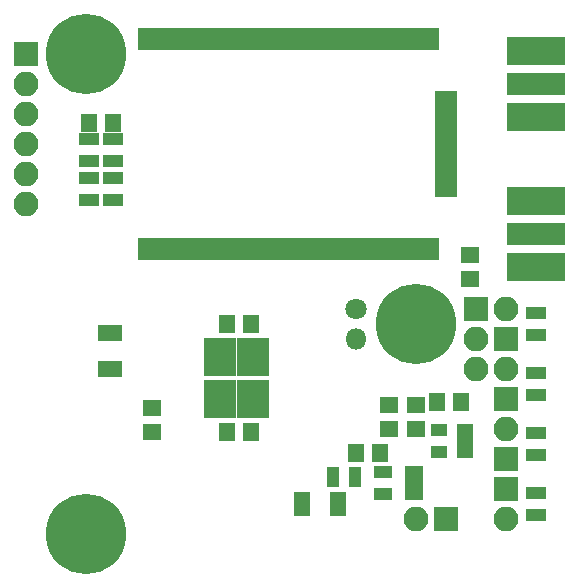
<source format=gbr>
G04 #@! TF.GenerationSoftware,KiCad,Pcbnew,no-vcs-found-7592~57~ubuntu16.04.1*
G04 #@! TF.CreationDate,2017-02-12T17:12:26+02:00*
G04 #@! TF.ProjectId,lora_sensor,6C6F72615F73656E736F722E6B696361,rev?*
G04 #@! TF.FileFunction,Soldermask,Bot*
G04 #@! TF.FilePolarity,Negative*
%FSLAX46Y46*%
G04 Gerber Fmt 4.6, Leading zero omitted, Abs format (unit mm)*
G04 Created by KiCad (PCBNEW no-vcs-found-7592~57~ubuntu16.04.1) date Sun Feb 12 17:12:26 2017*
%MOMM*%
%LPD*%
G01*
G04 APERTURE LIST*
%ADD10C,0.100000*%
%ADD11O,2.100000X2.100000*%
%ADD12R,2.100000X2.100000*%
%ADD13C,6.800000*%
%ADD14R,1.700000X1.100000*%
%ADD15R,1.400000X2.000000*%
%ADD16R,1.650000X1.400000*%
%ADD17R,1.400000X1.650000*%
%ADD18R,2.000000X1.400000*%
%ADD19R,1.100000X1.700000*%
%ADD20C,1.800000*%
%ADD21O,1.800000X1.800000*%
%ADD22R,1.416000X1.924000*%
%ADD23R,1.924000X1.416000*%
%ADD24R,1.620000X1.050000*%
%ADD25R,1.460000X1.050000*%
%ADD26R,2.800000X3.200000*%
%ADD27R,4.900000X1.924000*%
%ADD28R,4.900000X2.400000*%
G04 APERTURE END LIST*
D10*
D11*
X101600000Y-114300000D03*
D12*
X104140000Y-114300000D03*
D13*
X73660000Y-115570000D03*
X73660000Y-74930000D03*
X101600000Y-97790000D03*
D14*
X111760000Y-107000000D03*
X111760000Y-108900000D03*
D15*
X94972000Y-113030000D03*
X91972000Y-113030000D03*
D16*
X106172000Y-93964000D03*
X106172000Y-91964000D03*
D17*
X75930000Y-80772000D03*
X73930000Y-80772000D03*
X98536000Y-108712000D03*
X96536000Y-108712000D03*
D16*
X99314000Y-106664000D03*
X99314000Y-104664000D03*
D17*
X105394000Y-104394000D03*
X103394000Y-104394000D03*
D16*
X101600000Y-106664000D03*
X101600000Y-104664000D03*
D17*
X87614000Y-97790000D03*
X85614000Y-97790000D03*
X85614000Y-106934000D03*
X87614000Y-106934000D03*
D18*
X75692000Y-101576000D03*
X75692000Y-98576000D03*
D16*
X79248000Y-106918000D03*
X79248000Y-104918000D03*
D14*
X75946000Y-82108000D03*
X75946000Y-84008000D03*
X75946000Y-85410000D03*
X75946000Y-87310000D03*
X73914000Y-82108000D03*
X73914000Y-84008000D03*
X73914000Y-85410000D03*
X73914000Y-87310000D03*
X111760000Y-112080000D03*
X111760000Y-113980000D03*
D19*
X96454000Y-110744000D03*
X94554000Y-110744000D03*
D14*
X111760000Y-101920000D03*
X111760000Y-103820000D03*
X111760000Y-96840000D03*
X111760000Y-98740000D03*
D20*
X96520000Y-96520000D03*
D21*
X96520000Y-99060000D03*
D22*
X78740000Y-91440000D03*
X80010000Y-91440000D03*
X81280000Y-91440000D03*
X82550000Y-91440000D03*
X83820000Y-91440000D03*
X85090000Y-91440000D03*
X86360000Y-91440000D03*
X87630000Y-91440000D03*
X88900000Y-91440000D03*
X90170000Y-91440000D03*
X91440000Y-91440000D03*
X92710000Y-91440000D03*
X93980000Y-91440000D03*
X95250000Y-91440000D03*
X96520000Y-91440000D03*
X97790000Y-91440000D03*
X99060000Y-91440000D03*
X100330000Y-91440000D03*
X101600000Y-91440000D03*
X102870000Y-91440000D03*
X102870000Y-73660000D03*
D23*
X104140000Y-86360000D03*
X104140000Y-85090000D03*
X104140000Y-83820000D03*
X104140000Y-82550000D03*
X104140000Y-81280000D03*
X104140000Y-80010000D03*
X104140000Y-78740000D03*
D22*
X101600000Y-73660000D03*
X100330000Y-73660000D03*
X99060000Y-73660000D03*
X97790000Y-73660000D03*
X96520000Y-73660000D03*
X95250000Y-73660000D03*
X93980000Y-73660000D03*
X92710000Y-73660000D03*
X91440000Y-73660000D03*
X90170000Y-73660000D03*
X88900000Y-73660000D03*
X87630000Y-73660000D03*
X86360000Y-73660000D03*
X85090000Y-73660000D03*
X83820000Y-73660000D03*
X82550000Y-73660000D03*
X81280000Y-73660000D03*
X80010000Y-73660000D03*
X78740000Y-73660000D03*
D24*
X101386000Y-110302000D03*
X101386000Y-111252000D03*
X101386000Y-112202000D03*
X98766000Y-112202000D03*
X98766000Y-110302000D03*
D25*
X105748000Y-106746000D03*
X105748000Y-107696000D03*
X105748000Y-108646000D03*
X103548000Y-108646000D03*
X103548000Y-106746000D03*
D11*
X109220000Y-106680000D03*
D12*
X109220000Y-109220000D03*
D11*
X109220000Y-114300000D03*
D12*
X109220000Y-111760000D03*
X109220000Y-104140000D03*
D11*
X109220000Y-101600000D03*
X68580000Y-87630000D03*
X68580000Y-85090000D03*
X68580000Y-82550000D03*
X68580000Y-80010000D03*
X68580000Y-77470000D03*
D12*
X68580000Y-74930000D03*
X109220000Y-99060000D03*
D11*
X109220000Y-96520000D03*
X106680000Y-101600000D03*
X106680000Y-99060000D03*
D12*
X106680000Y-96520000D03*
D26*
X87760000Y-100562000D03*
X87760000Y-104162000D03*
X84960000Y-104162000D03*
X84960000Y-100562000D03*
D27*
X111760000Y-77470000D03*
D28*
X111760000Y-80270000D03*
X111760000Y-74670000D03*
X111760000Y-74670000D03*
X111760000Y-80270000D03*
X111760000Y-92970000D03*
X111760000Y-87370000D03*
X111760000Y-87370000D03*
X111760000Y-92970000D03*
D27*
X111760000Y-90170000D03*
M02*

</source>
